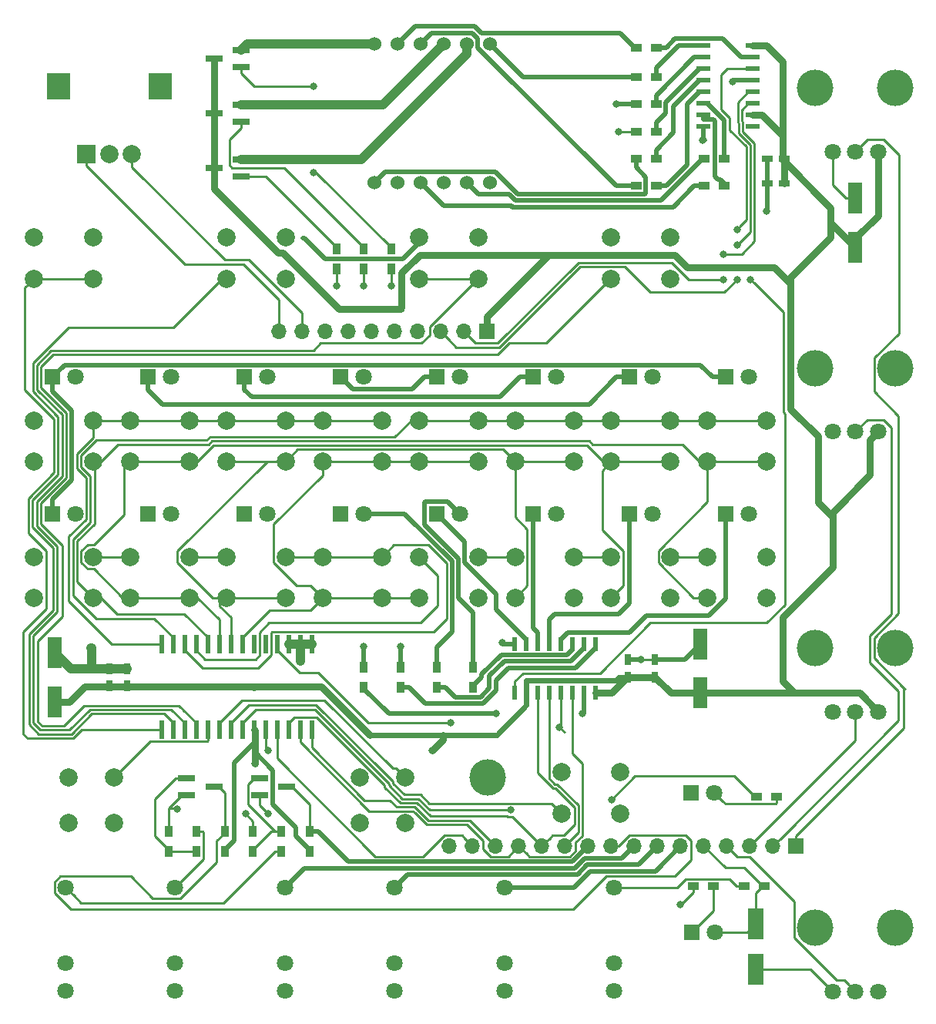
<source format=gbr>
G04 #@! TF.GenerationSoftware,KiCad,Pcbnew,(5.1.2)-1*
G04 #@! TF.CreationDate,2020-05-25T21:02:29-07:00*
G04 #@! TF.ProjectId,kicad-control-board-smt,6b696361-642d-4636-9f6e-74726f6c2d62,rev?*
G04 #@! TF.SameCoordinates,Original*
G04 #@! TF.FileFunction,Copper,L1,Top*
G04 #@! TF.FilePolarity,Positive*
%FSLAX46Y46*%
G04 Gerber Fmt 4.6, Leading zero omitted, Abs format (unit mm)*
G04 Created by KiCad (PCBNEW (5.1.2)-1) date 2020-05-25 21:02:29*
%MOMM*%
%LPD*%
G04 APERTURE LIST*
%ADD10C,1.800000*%
%ADD11R,1.800000X1.800000*%
%ADD12C,2.000000*%
%ADD13R,1.800000X3.500000*%
%ADD14C,4.000000*%
%ADD15R,1.600000X3.500000*%
%ADD16R,0.750000X1.200000*%
%ADD17R,1.200000X0.750000*%
%ADD18O,1.700000X1.700000*%
%ADD19R,1.700000X1.700000*%
%ADD20C,1.524000*%
%ADD21R,1.900000X0.800000*%
%ADD22R,0.900000X1.200000*%
%ADD23R,1.200000X0.900000*%
%ADD24R,2.000000X2.000000*%
%ADD25R,2.500000X3.000000*%
%ADD26R,0.600000X1.500000*%
%ADD27R,0.600000X2.000000*%
%ADD28R,1.500000X0.600000*%
%ADD29C,0.800000*%
%ADD30C,0.500000*%
%ADD31C,0.250000*%
%ADD32C,1.000000*%
%ADD33C,0.800000*%
%ADD34C,0.600000*%
G04 APERTURE END LIST*
D10*
X89514600Y-97684942D03*
D11*
X86974600Y-97684942D03*
D12*
X57035712Y-76250000D03*
X57035712Y-71750000D03*
X63535712Y-76250000D03*
X63535712Y-71750000D03*
X67607140Y-76250000D03*
X67607140Y-71750000D03*
X74107140Y-76250000D03*
X74107140Y-71750000D03*
X78178568Y-76250000D03*
X78178568Y-71750000D03*
X84678568Y-76250000D03*
X84678568Y-71750000D03*
X88750000Y-76250000D03*
X88750000Y-71750000D03*
X95250000Y-76250000D03*
X95250000Y-71750000D03*
X46464284Y-76250000D03*
X46464284Y-71750000D03*
X52964284Y-76250000D03*
X52964284Y-71750000D03*
X35892856Y-76250000D03*
X35892856Y-71750000D03*
X42392856Y-76250000D03*
X42392856Y-71750000D03*
X25321428Y-76250000D03*
X25321428Y-71750000D03*
X31821428Y-76250000D03*
X31821428Y-71750000D03*
X14750000Y-76250000D03*
X14750000Y-71750000D03*
X21250000Y-76250000D03*
X21250000Y-71750000D03*
X57035712Y-61250000D03*
X57035712Y-56750000D03*
X63535712Y-61250000D03*
X63535712Y-56750000D03*
X67607140Y-61250000D03*
X67607140Y-56750000D03*
X74107140Y-61250000D03*
X74107140Y-56750000D03*
X78178568Y-61250000D03*
X78178568Y-56750000D03*
X84678568Y-61250000D03*
X84678568Y-56750000D03*
X88750000Y-61250000D03*
X88750000Y-56750000D03*
X95250000Y-61250000D03*
X95250000Y-56750000D03*
X46464284Y-61250000D03*
X46464284Y-56750000D03*
X52964284Y-61250000D03*
X52964284Y-56750000D03*
X35892856Y-61250000D03*
X35892856Y-56750000D03*
X42392856Y-61250000D03*
X42392856Y-56750000D03*
X25321428Y-61250000D03*
X25321428Y-56750000D03*
X31821428Y-61250000D03*
X31821428Y-56750000D03*
X14750000Y-61250000D03*
X14750000Y-56750000D03*
X21250000Y-61250000D03*
X21250000Y-56750000D03*
X72697340Y-99934942D03*
X72697340Y-95434942D03*
X79197340Y-99934942D03*
X79197340Y-95434942D03*
X78178568Y-41169980D03*
X78178568Y-36669980D03*
X84678568Y-41169980D03*
X84678568Y-36669980D03*
X57035712Y-41169980D03*
X57035712Y-36669980D03*
X63535712Y-41169980D03*
X63535712Y-36669980D03*
X35892856Y-41169980D03*
X35892856Y-36669980D03*
X42392856Y-41169980D03*
X42392856Y-36669980D03*
X14750000Y-41169980D03*
X14750000Y-36669980D03*
X21250000Y-41169980D03*
X21250000Y-36669980D03*
D13*
X94040960Y-112100360D03*
X94040960Y-117100360D03*
D14*
X109400000Y-112500000D03*
X100600000Y-112500000D03*
D10*
X107500000Y-119500000D03*
X105000000Y-119500000D03*
X102500000Y-119500000D03*
D14*
X109400000Y-81750000D03*
X100600000Y-81750000D03*
D10*
X107500000Y-88750000D03*
X105000000Y-88750000D03*
X102500000Y-88750000D03*
D14*
X109400000Y-51000000D03*
X100600000Y-51000000D03*
D10*
X107500000Y-58000000D03*
X105000000Y-58000000D03*
X102500000Y-58000000D03*
D14*
X109400000Y-20250000D03*
X100600000Y-20250000D03*
D10*
X107500000Y-27250000D03*
X105000000Y-27250000D03*
X102500000Y-27250000D03*
D15*
X88000000Y-81300000D03*
X88000000Y-86700000D03*
D16*
X83000000Y-83050000D03*
X83000000Y-84950000D03*
X80000000Y-84950000D03*
X80000000Y-83050000D03*
D15*
X17000000Y-82300000D03*
X17000000Y-87700000D03*
D16*
X23000000Y-85950000D03*
X23000000Y-84050000D03*
X25000000Y-84050000D03*
X25000000Y-85950000D03*
D15*
X105000000Y-37700000D03*
X105000000Y-32300000D03*
D17*
X97200000Y-30750000D03*
X95300000Y-30750000D03*
X95300000Y-28000000D03*
X97200000Y-28000000D03*
D10*
X19265000Y-52000000D03*
D11*
X16725000Y-52000000D03*
X27296428Y-52000000D03*
D10*
X29836428Y-52000000D03*
X40407856Y-52000000D03*
D11*
X37867856Y-52000000D03*
X48439284Y-52000000D03*
D10*
X50979284Y-52000000D03*
X93265000Y-52000000D03*
D11*
X90725000Y-52000000D03*
X80153568Y-52000000D03*
D10*
X82693568Y-52000000D03*
D11*
X69582140Y-52000000D03*
D10*
X72122140Y-52000000D03*
D11*
X59010712Y-52000000D03*
D10*
X61550712Y-52000000D03*
D11*
X16725000Y-67000000D03*
D10*
X19265000Y-67000000D03*
X29836428Y-67000000D03*
D11*
X27296428Y-67000000D03*
X37867856Y-67000000D03*
D10*
X40407856Y-67000000D03*
X50979284Y-67000000D03*
D11*
X48439284Y-67000000D03*
D10*
X93265000Y-67000000D03*
D11*
X90725000Y-67000000D03*
X80153568Y-67000000D03*
D10*
X82693568Y-67000000D03*
X72122140Y-67000000D03*
D11*
X69582140Y-67000000D03*
X59010712Y-67000000D03*
D10*
X61550712Y-67000000D03*
X89540000Y-113000000D03*
D11*
X87000000Y-113000000D03*
D18*
X41640000Y-47000000D03*
X44180000Y-47000000D03*
X46720000Y-47000000D03*
X49260000Y-47000000D03*
X51800000Y-47000000D03*
X54340000Y-47000000D03*
X56880000Y-47000000D03*
X59420000Y-47000000D03*
X61960000Y-47000000D03*
D19*
X64500000Y-47000000D03*
D18*
X60400000Y-103500000D03*
X62940000Y-103500000D03*
X65480000Y-103500000D03*
X68020000Y-103500000D03*
X70560000Y-103500000D03*
X73100000Y-103500000D03*
X75640000Y-103500000D03*
X78180000Y-103500000D03*
X80720000Y-103500000D03*
X83260000Y-103500000D03*
X85800000Y-103500000D03*
X88340000Y-103500000D03*
X90880000Y-103500000D03*
X93420000Y-103500000D03*
X95960000Y-103500000D03*
D19*
X98500000Y-103500000D03*
D20*
X52150000Y-15380000D03*
X54690000Y-15380000D03*
X57230000Y-15380000D03*
X59770000Y-15380000D03*
X62310000Y-15380000D03*
X64850000Y-15380000D03*
X64850000Y-30620000D03*
X62310000Y-30620000D03*
X59770000Y-30620000D03*
X57230000Y-30620000D03*
X54690000Y-30620000D03*
X52150000Y-30620000D03*
D10*
X78500000Y-116380000D03*
X78500000Y-119480000D03*
X78500000Y-108080000D03*
X66440000Y-116380000D03*
X66440000Y-119480000D03*
X66440000Y-108080000D03*
X18200000Y-108080000D03*
X18200000Y-119480000D03*
X18200000Y-116380000D03*
X54380000Y-108080000D03*
X54380000Y-119480000D03*
X54380000Y-116380000D03*
X42320000Y-108080000D03*
X42320000Y-119480000D03*
X42320000Y-116380000D03*
X30260000Y-116380000D03*
X30260000Y-119480000D03*
X30260000Y-108080000D03*
D21*
X34500000Y-17000000D03*
X37500000Y-16050000D03*
X37500000Y-17950000D03*
X37500000Y-23950000D03*
X37500000Y-22050000D03*
X34500000Y-23000000D03*
X34500000Y-29000000D03*
X37500000Y-28050000D03*
X37500000Y-29950000D03*
X39500000Y-96050000D03*
X39500000Y-97950000D03*
X42500000Y-97000000D03*
X34500000Y-97000000D03*
X31500000Y-97950000D03*
X31500000Y-96050000D03*
D22*
X51000000Y-83900000D03*
X51000000Y-86100000D03*
X55000000Y-83900000D03*
X55000000Y-86100000D03*
D23*
X96327140Y-98110040D03*
X94127140Y-98110040D03*
D22*
X59000000Y-86100000D03*
X59000000Y-83900000D03*
X63000000Y-83900000D03*
X63000000Y-86100000D03*
D23*
X80900000Y-15800000D03*
X83100000Y-15800000D03*
X80900000Y-19000000D03*
X83100000Y-19000000D03*
X83100000Y-22000000D03*
X80900000Y-22000000D03*
X83100000Y-25000000D03*
X80900000Y-25000000D03*
X83100000Y-28000000D03*
X80900000Y-28000000D03*
X80900000Y-31000000D03*
X83100000Y-31000000D03*
X88400000Y-28000000D03*
X90600000Y-28000000D03*
X90600000Y-31000000D03*
X88400000Y-31000000D03*
X89362460Y-107919520D03*
X87162460Y-107919520D03*
D22*
X54000000Y-40100000D03*
X54000000Y-37900000D03*
X51000000Y-37900000D03*
X51000000Y-40100000D03*
X48000000Y-40100000D03*
X48000000Y-37900000D03*
D23*
X92768240Y-107919520D03*
X94968240Y-107919520D03*
D22*
X45000000Y-101900000D03*
X45000000Y-104100000D03*
X41900000Y-104110000D03*
X41900000Y-101910000D03*
X38800000Y-104100000D03*
X38800000Y-101900000D03*
X35700000Y-101900000D03*
X35700000Y-104100000D03*
X32600000Y-104100000D03*
X32600000Y-101900000D03*
X29500000Y-104100000D03*
X29500000Y-101900000D03*
D12*
X18500000Y-96000000D03*
X23500000Y-96000000D03*
X23500000Y-101000000D03*
X18500000Y-101000000D03*
X50500000Y-101000000D03*
X55500000Y-101000000D03*
X55500000Y-96000000D03*
X50500000Y-96000000D03*
D24*
X20500000Y-27500000D03*
D12*
X23000000Y-27500000D03*
X25500000Y-27500000D03*
D25*
X17400000Y-20000000D03*
X28600000Y-20000000D03*
D26*
X76445000Y-86700000D03*
X75175000Y-86700000D03*
X73905000Y-86700000D03*
X72635000Y-86700000D03*
X71365000Y-86700000D03*
X70095000Y-86700000D03*
X68825000Y-86700000D03*
X67555000Y-86700000D03*
X67555000Y-81300000D03*
X68825000Y-81300000D03*
X70095000Y-81300000D03*
X71365000Y-81300000D03*
X72635000Y-81300000D03*
X73905000Y-81300000D03*
X75175000Y-81300000D03*
X76445000Y-81300000D03*
D27*
X28745000Y-90700000D03*
X30015000Y-90700000D03*
X31285000Y-90700000D03*
X32555000Y-90700000D03*
X33825000Y-90700000D03*
X35095000Y-90700000D03*
X36365000Y-90700000D03*
X37635000Y-90700000D03*
X38905000Y-90700000D03*
X40175000Y-90700000D03*
X41445000Y-90700000D03*
X42715000Y-90700000D03*
X43985000Y-90700000D03*
X45255000Y-90700000D03*
X45255000Y-81300000D03*
X43985000Y-81300000D03*
X42715000Y-81300000D03*
X41445000Y-81300000D03*
X40175000Y-81300000D03*
X38905000Y-81300000D03*
X37635000Y-81300000D03*
X36365000Y-81300000D03*
X35095000Y-81300000D03*
X33825000Y-81300000D03*
X32555000Y-81300000D03*
X31285000Y-81300000D03*
X30015000Y-81300000D03*
X28745000Y-81300000D03*
D28*
X93700000Y-15555000D03*
X93700000Y-16825000D03*
X93700000Y-18095000D03*
X93700000Y-19365000D03*
X93700000Y-20635000D03*
X93700000Y-21905000D03*
X93700000Y-23175000D03*
X93700000Y-24445000D03*
X88300000Y-24445000D03*
X88300000Y-23175000D03*
X88300000Y-21905000D03*
X88300000Y-20635000D03*
X88300000Y-19365000D03*
X88300000Y-18095000D03*
X88300000Y-16825000D03*
X88300000Y-15555000D03*
D14*
X64571880Y-96000000D03*
D29*
X81450000Y-83050000D03*
X66200000Y-81200000D03*
X44000000Y-83200000D03*
X88250000Y-26000000D03*
X91500000Y-19500000D03*
X30500000Y-99500000D03*
X38000000Y-100000000D03*
X40500000Y-100000000D03*
X40500000Y-93000000D03*
X21000000Y-81750000D03*
X95250000Y-33750000D03*
X85798660Y-109915960D03*
X102500000Y-119500000D03*
X72500000Y-90500000D03*
X58500000Y-93000000D03*
X39000000Y-94500000D03*
X51000000Y-81600000D03*
X55000000Y-81600000D03*
X48000000Y-42000000D03*
X51000000Y-42000000D03*
X54000000Y-42000000D03*
X92000000Y-41250000D03*
X92000000Y-37500000D03*
X90500000Y-38500000D03*
X90500000Y-41250000D03*
X60500000Y-90000000D03*
X79000000Y-25000000D03*
X78750000Y-22000000D03*
X45500000Y-29500000D03*
X45500000Y-20000000D03*
X75000000Y-89000000D03*
X65500000Y-89000000D03*
X78187442Y-98405842D03*
X67117120Y-99550651D03*
X92000000Y-35750000D03*
X93500000Y-41250000D03*
D30*
X42715000Y-81300000D02*
X43985000Y-81300000D01*
X43985000Y-81300000D02*
X45255000Y-81300000D01*
X86250000Y-83050000D02*
X88000000Y-81300000D01*
X83000000Y-83050000D02*
X86250000Y-83050000D01*
D31*
X83000000Y-83050000D02*
X81450000Y-83050000D01*
D30*
X80000000Y-83050000D02*
X81450000Y-83050000D01*
X67555000Y-81300000D02*
X66300000Y-81300000D01*
X66300000Y-81300000D02*
X66200000Y-81200000D01*
X88300000Y-24445000D02*
X88300000Y-25800000D01*
X88300000Y-25800000D02*
X88500000Y-26000000D01*
X93700000Y-19365000D02*
X91635000Y-19365000D01*
X91635000Y-19365000D02*
X91500000Y-19500000D01*
D31*
X30950000Y-97950000D02*
X31500000Y-97950000D01*
X29500000Y-99400000D02*
X30950000Y-97950000D01*
X29500000Y-101900000D02*
X29500000Y-99400000D01*
X29500000Y-99400000D02*
X30400000Y-99400000D01*
X30400000Y-99400000D02*
X30500000Y-99500000D01*
X38800000Y-101900000D02*
X38800000Y-100800000D01*
X38800000Y-100800000D02*
X38000000Y-100000000D01*
X39500000Y-97950000D02*
X39500000Y-99000000D01*
X39500000Y-99000000D02*
X40500000Y-100000000D01*
D30*
X57561666Y-36750000D02*
X55311666Y-39000000D01*
X44438333Y-36750000D02*
X44313333Y-36750000D01*
X46688333Y-39000000D02*
X44438333Y-36750000D01*
X55311666Y-39000000D02*
X46688333Y-39000000D01*
D31*
X25000000Y-84050000D02*
X25000000Y-84275000D01*
D32*
X18750000Y-84050000D02*
X17000000Y-82300000D01*
X21050000Y-81800000D02*
X21000000Y-81750000D01*
X21050000Y-84050000D02*
X21050000Y-81800000D01*
X25000000Y-84050000D02*
X21050000Y-84050000D01*
X21050000Y-84050000D02*
X18750000Y-84050000D01*
X43985000Y-83185000D02*
X44000000Y-83200000D01*
X43985000Y-81300000D02*
X43985000Y-83185000D01*
X42715000Y-81300000D02*
X45255000Y-81300000D01*
D31*
X40175000Y-92675000D02*
X40500000Y-93000000D01*
X40175000Y-90700000D02*
X40175000Y-92675000D01*
X95300000Y-28625000D02*
X95300000Y-30750000D01*
X95300000Y-28000000D02*
X95300000Y-28625000D01*
X95300000Y-30750000D02*
X95300000Y-33700000D01*
D30*
X95300000Y-33700000D02*
X95250000Y-33750000D01*
X95300000Y-28000000D02*
X95300000Y-33700000D01*
D33*
X102300000Y-27450000D02*
X102500000Y-27250000D01*
D31*
X103950000Y-32300000D02*
X105000000Y-32300000D01*
X102500000Y-30850000D02*
X103950000Y-32300000D01*
X102500000Y-27250000D02*
X102500000Y-30850000D01*
X85866020Y-109915960D02*
X85798660Y-109915960D01*
X87162460Y-107919520D02*
X87162460Y-108619520D01*
X87162460Y-108619520D02*
X85866020Y-109915960D01*
X94040960Y-117100360D02*
X100100360Y-117100360D01*
X100100360Y-117100360D02*
X102500000Y-119500000D01*
X73020000Y-91020000D02*
X72500000Y-90500000D01*
X72635000Y-86700000D02*
X72635000Y-90365000D01*
X72635000Y-90365000D02*
X72500000Y-90500000D01*
D30*
X107700000Y-27450000D02*
X107500000Y-27250000D01*
D31*
X25150000Y-85950000D02*
X25400000Y-86200000D01*
X25000000Y-85950000D02*
X25150000Y-85950000D01*
D33*
X84750000Y-86700000D02*
X83000000Y-84950000D01*
X88000000Y-86700000D02*
X84750000Y-86700000D01*
X76445000Y-86700000D02*
X78250000Y-86700000D01*
X83000000Y-84950000D02*
X80000000Y-84950000D01*
X102300000Y-36600000D02*
X102300000Y-35000000D01*
X97899999Y-41000001D02*
X102300000Y-36600000D01*
X97899999Y-41699999D02*
X97899999Y-41000001D01*
X102300000Y-33400000D02*
X97000000Y-28100000D01*
X102300000Y-35000000D02*
X102300000Y-33400000D01*
X95250000Y-15555000D02*
X93700000Y-15555000D01*
X97000000Y-17305000D02*
X95250000Y-15555000D01*
X97000000Y-25434998D02*
X97000000Y-25600000D01*
X94740002Y-23175000D02*
X97000000Y-25434998D01*
X93700000Y-23175000D02*
X94740002Y-23175000D01*
X97000000Y-25600000D02*
X97000000Y-17305000D01*
X78250000Y-86700000D02*
X79175000Y-85775000D01*
X79175000Y-85775000D02*
X80000000Y-84950000D01*
X38800000Y-86000000D02*
X38905000Y-86105000D01*
X34500000Y-23000000D02*
X34500000Y-29000000D01*
X34500000Y-17000000D02*
X34500000Y-23000000D01*
X96099999Y-39899999D02*
X97899999Y-41699999D01*
X64500000Y-47000000D02*
X64500000Y-45350000D01*
X38800000Y-86000000D02*
X46333260Y-86000000D01*
X46333260Y-86000000D02*
X51633250Y-91299990D01*
D30*
X38905000Y-92200000D02*
X38905000Y-90700000D01*
X36700001Y-94404999D02*
X38905000Y-92200000D01*
X36700001Y-102949999D02*
X36700001Y-94404999D01*
X35700000Y-103950000D02*
X36700001Y-102949999D01*
X35700000Y-104100000D02*
X35700000Y-103950000D01*
X38905000Y-93114998D02*
X41000000Y-95209998D01*
X38905000Y-92200000D02*
X38905000Y-93114998D01*
X41000000Y-98969998D02*
X43500000Y-101469998D01*
X41000000Y-95209998D02*
X41000000Y-98969998D01*
X45000000Y-103950000D02*
X45000000Y-104100000D01*
X43500000Y-102450000D02*
X45000000Y-103950000D01*
X43500000Y-101469998D02*
X43500000Y-102450000D01*
D34*
X68825000Y-85350000D02*
X68825000Y-86700000D01*
X78625001Y-85349999D02*
X68825000Y-85350000D01*
X79025000Y-84950000D02*
X78625001Y-85349999D01*
X80000000Y-84950000D02*
X79025000Y-84950000D01*
X68825000Y-88050000D02*
X65575010Y-91299990D01*
X68825000Y-86700000D02*
X68825000Y-88050000D01*
D33*
X59700010Y-91799990D02*
X58500000Y-93000000D01*
X59700010Y-91299990D02*
X59700010Y-91799990D01*
D34*
X65575010Y-91299990D02*
X59700010Y-91299990D01*
X59700010Y-91299990D02*
X51633250Y-91299990D01*
D33*
X20300000Y-86000000D02*
X28750000Y-86000000D01*
X18600000Y-87700000D02*
X20300000Y-86000000D01*
X17000000Y-87700000D02*
X18600000Y-87700000D01*
X28125000Y-86000000D02*
X28750000Y-86000000D01*
X28750000Y-86000000D02*
X38800000Y-86000000D01*
X39000000Y-90795000D02*
X38905000Y-90700000D01*
X39000000Y-94500000D02*
X39000000Y-90795000D01*
X102300000Y-35000000D02*
X105000000Y-37700000D01*
X97000000Y-28100000D02*
X97000000Y-26000000D01*
X97000000Y-26000000D02*
X97000000Y-25600000D01*
X97200000Y-28000000D02*
X97200000Y-30750000D01*
X107500000Y-28522792D02*
X107500000Y-27250000D01*
X107500000Y-34250000D02*
X107500000Y-28522792D01*
X105000000Y-36750000D02*
X107500000Y-34250000D01*
X105000000Y-37700000D02*
X105000000Y-36750000D01*
X100899999Y-65777739D02*
X102500000Y-67377740D01*
X97899999Y-41699999D02*
X97899999Y-55493256D01*
X97899999Y-55493256D02*
X100899999Y-58493256D01*
X100899999Y-58493256D02*
X100899999Y-65777739D01*
X106600001Y-62751959D02*
X102500000Y-66851960D01*
X106600001Y-58899999D02*
X106600001Y-62751959D01*
X107500000Y-58000000D02*
X106600001Y-58899999D01*
X102500000Y-67377740D02*
X102500000Y-66851960D01*
X99580340Y-86700000D02*
X100450000Y-86700000D01*
X97000000Y-85404180D02*
X98295820Y-86700000D01*
X97000000Y-78406743D02*
X97000000Y-85404180D01*
X102500000Y-72906743D02*
X97000000Y-78406743D01*
X102500000Y-67377740D02*
X102500000Y-72906743D01*
X88000000Y-86700000D02*
X98295820Y-86700000D01*
X98295820Y-86700000D02*
X99580340Y-86700000D01*
X105450000Y-86700000D02*
X107500000Y-88750000D01*
X99580340Y-86700000D02*
X105450000Y-86700000D01*
X41576855Y-38369981D02*
X34500000Y-31293126D01*
X34500000Y-30200000D02*
X34500000Y-29000000D01*
X42108859Y-38369981D02*
X41576855Y-38369981D01*
X48238878Y-44500000D02*
X42108859Y-38369981D01*
X55000000Y-44500000D02*
X48238878Y-44500000D01*
X55150001Y-44349999D02*
X55000000Y-44500000D01*
X55150001Y-40539689D02*
X55150001Y-44349999D01*
X89606981Y-39899999D02*
X96099999Y-39899999D01*
X88806741Y-39899999D02*
X89606981Y-39899999D01*
X89606981Y-39899999D02*
X86536330Y-39899999D01*
X86536330Y-39899999D02*
X85206284Y-38569954D01*
X34500000Y-31293126D02*
X34500000Y-30200000D01*
X57119736Y-38569954D02*
X55150001Y-40539689D01*
X71280046Y-38569954D02*
X69107090Y-40742910D01*
X73860714Y-38569954D02*
X71280046Y-38569954D01*
X69107090Y-40742910D02*
X69950001Y-39899999D01*
X64500000Y-45350000D02*
X69107090Y-40742910D01*
X85206284Y-38569954D02*
X73860714Y-38569954D01*
X73860714Y-38569954D02*
X57119736Y-38569954D01*
D31*
X93141320Y-113000000D02*
X94040960Y-112100360D01*
X89540000Y-113000000D02*
X93141320Y-113000000D01*
X94818240Y-107894120D02*
X94968240Y-107894120D01*
X94818240Y-107894120D02*
X92824340Y-105900220D01*
X90740220Y-105900220D02*
X88340000Y-103500000D01*
X92824340Y-105900220D02*
X90740220Y-105900220D01*
X94040960Y-110100360D02*
X94040960Y-112100360D01*
X94040960Y-108696800D02*
X94040960Y-110100360D01*
X94818240Y-107919520D02*
X94040960Y-108696800D01*
X94968240Y-107919520D02*
X94818240Y-107919520D01*
D30*
X51000000Y-83900000D02*
X51000000Y-81600000D01*
X18075001Y-50649999D02*
X16725000Y-52000000D01*
X87974999Y-50649999D02*
X18075001Y-50649999D01*
X89325000Y-52000000D02*
X87974999Y-50649999D01*
X90725000Y-52000000D02*
X89325000Y-52000000D01*
X72635000Y-80850000D02*
X72635000Y-81300000D01*
X90725000Y-67000000D02*
X90725000Y-76346040D01*
X90725000Y-76346040D02*
X88896051Y-78174989D01*
X88896051Y-78174989D02*
X82011823Y-78174989D01*
X82011823Y-78174989D02*
X80136812Y-80050000D01*
X80136812Y-80050000D02*
X73435000Y-80050000D01*
X73435000Y-80050000D02*
X72635000Y-80850000D01*
X16725000Y-65428184D02*
X16725000Y-67000000D01*
X18864579Y-55725061D02*
X18864579Y-63288605D01*
X16725000Y-52000000D02*
X16725000Y-53585482D01*
X16725000Y-53585482D02*
X18864579Y-55725061D01*
X18864579Y-63288605D02*
X16725000Y-65428184D01*
X71365000Y-78635000D02*
X71365000Y-81300000D01*
X72000000Y-78000000D02*
X71365000Y-78635000D01*
X79000000Y-78000000D02*
X72000000Y-78000000D01*
X80153568Y-67000000D02*
X80153568Y-76846432D01*
X80153568Y-76846432D02*
X79000000Y-78000000D01*
X27296428Y-53400000D02*
X28896428Y-55000000D01*
X27296428Y-52000000D02*
X27296428Y-53400000D01*
X78753568Y-52000000D02*
X80153568Y-52000000D01*
X75753568Y-55000000D02*
X78753568Y-52000000D01*
X28896428Y-55000000D02*
X75753568Y-55000000D01*
X69582140Y-67000000D02*
X69582140Y-79582140D01*
X70095000Y-80050000D02*
X70095000Y-81300000D01*
X69627140Y-79582140D02*
X70095000Y-80050000D01*
X69582140Y-79582140D02*
X69627140Y-79582140D01*
X68182140Y-52000000D02*
X65982140Y-54200000D01*
X69582140Y-52000000D02*
X68182140Y-52000000D01*
X37867856Y-53400000D02*
X37867856Y-52000000D01*
X38667856Y-54200000D02*
X37867856Y-53400000D01*
X65982140Y-54200000D02*
X38667856Y-54200000D01*
X57610712Y-52000000D02*
X59010712Y-52000000D01*
X56260711Y-53350001D02*
X57610712Y-52000000D01*
X49789285Y-53350001D02*
X56260711Y-53350001D01*
X48439284Y-52000000D02*
X49789285Y-53350001D01*
X65490714Y-77515714D02*
X68825000Y-80850000D01*
X62085711Y-72393189D02*
X65490714Y-75798191D01*
X65490714Y-75798191D02*
X65490714Y-77515714D01*
X68825000Y-80850000D02*
X68825000Y-81300000D01*
X62085711Y-70074999D02*
X62085711Y-72393189D01*
X59010712Y-67000000D02*
X62085711Y-70074999D01*
X55000000Y-83900000D02*
X55000000Y-81600000D01*
D31*
X90414599Y-98584941D02*
X89514600Y-97684942D01*
X90714699Y-98885041D02*
X90414599Y-98584941D01*
X96252139Y-98885041D02*
X90714699Y-98885041D01*
X96327140Y-98810040D02*
X96252139Y-98885041D01*
X96327140Y-98110040D02*
X96327140Y-98810040D01*
D30*
X60685689Y-72237221D02*
X60685689Y-79960951D01*
X55448468Y-67000000D02*
X60685689Y-72237221D01*
X60685689Y-79960951D02*
X59000000Y-81646640D01*
X59000000Y-81646640D02*
X59000000Y-82800000D01*
X50979284Y-67000000D02*
X55448468Y-67000000D01*
X59000000Y-82800000D02*
X59000000Y-83900000D01*
X60200711Y-65649999D02*
X57750711Y-65649999D01*
X61550712Y-67000000D02*
X60200711Y-65649999D01*
X61385700Y-71947267D02*
X61385700Y-76245990D01*
X63000000Y-82800000D02*
X63000000Y-83900000D01*
X63000000Y-77860290D02*
X63000000Y-82800000D01*
X57660711Y-68222278D02*
X61385700Y-71947267D01*
X61385700Y-76245990D02*
X63000000Y-77860290D01*
X57660711Y-65739999D02*
X57660711Y-68222278D01*
X57750711Y-65649999D02*
X57660711Y-65739999D01*
D31*
X89362460Y-107919520D02*
X89212460Y-107919520D01*
X89362460Y-110637540D02*
X87000000Y-113000000D01*
X89362460Y-107919520D02*
X89362460Y-110637540D01*
X31324988Y-39574988D02*
X20500000Y-28750000D01*
X41640000Y-43488477D02*
X37726511Y-39574988D01*
X37726511Y-39574988D02*
X31324988Y-39574988D01*
X20500000Y-28750000D02*
X20500000Y-27500000D01*
X41640000Y-47000000D02*
X41640000Y-43488477D01*
X44180000Y-44968410D02*
X44180000Y-45797919D01*
X44180000Y-45797919D02*
X44180000Y-47000000D01*
X38336567Y-39124977D02*
X44180000Y-44968410D01*
X35710764Y-39124977D02*
X38336567Y-39124977D01*
X25500000Y-28914213D02*
X35710764Y-39124977D01*
X25500000Y-27500000D02*
X25500000Y-28914213D01*
X48000000Y-40100000D02*
X48000000Y-42000000D01*
X51000000Y-42000000D02*
X51000000Y-40100000D01*
X54000000Y-40100000D02*
X54000000Y-42000000D01*
X92174988Y-25191401D02*
X93475012Y-26491425D01*
X92074988Y-21810012D02*
X92074988Y-24001401D01*
X92074988Y-24001401D02*
X92174988Y-24101401D01*
X92174988Y-24101401D02*
X92174988Y-25191401D01*
X93700000Y-20635000D02*
X93250000Y-20635000D01*
X93250000Y-20635000D02*
X92074988Y-21810012D01*
X93475012Y-26491425D02*
X93475012Y-36024988D01*
X60269999Y-47849999D02*
X59420000Y-47000000D01*
X61145012Y-48725012D02*
X60269999Y-47849999D01*
X65876402Y-48725012D02*
X61145012Y-48725012D01*
X91407843Y-41842157D02*
X92000000Y-41250000D01*
X93475012Y-36024988D02*
X92000000Y-37500000D01*
X66167846Y-48433566D02*
X65876402Y-48725012D01*
X90574988Y-42675012D02*
X92000000Y-41250000D01*
X82455014Y-42675012D02*
X90574988Y-42675012D01*
X79624981Y-39844979D02*
X82455014Y-42675012D01*
X74756433Y-39844979D02*
X79624981Y-39844979D01*
X66167846Y-48433566D02*
X74756433Y-39844979D01*
X93250000Y-21905000D02*
X93700000Y-21905000D01*
X92524999Y-22630001D02*
X93250000Y-21905000D01*
X92524999Y-23815001D02*
X92524999Y-22630001D01*
X90500000Y-38500000D02*
X92500000Y-38500000D01*
X92500000Y-38500000D02*
X93925023Y-37074977D01*
X93925023Y-37074977D02*
X93925023Y-26305025D01*
X93925023Y-26305025D02*
X92624999Y-25005001D01*
X92624999Y-25005001D02*
X92624999Y-23915001D01*
X92624999Y-23915001D02*
X92524999Y-23815001D01*
X62809999Y-47849999D02*
X61960000Y-47000000D01*
X90500000Y-41250000D02*
X86719590Y-41250000D01*
X86719590Y-41250000D02*
X84864558Y-39394968D01*
X84864558Y-39394968D02*
X74570033Y-39394968D01*
X74570033Y-39394968D02*
X65690001Y-48275001D01*
X65690001Y-48275001D02*
X63235001Y-48275001D01*
X63235001Y-48275001D02*
X62809999Y-47849999D01*
X41445000Y-82000000D02*
X41445000Y-81300000D01*
X43945000Y-84500000D02*
X41445000Y-82000000D01*
X46000000Y-84500000D02*
X43945000Y-84500000D01*
X51500000Y-90000000D02*
X46000000Y-84500000D01*
X60500000Y-90000000D02*
X51500000Y-90000000D01*
X61764999Y-102324999D02*
X62090001Y-102650001D01*
X52213999Y-104675001D02*
X57485997Y-104675001D01*
X62090001Y-102650001D02*
X62940000Y-103500000D01*
X41445000Y-90700000D02*
X41445000Y-93906002D01*
X41445000Y-93906002D02*
X52213999Y-104675001D01*
X57485997Y-104675001D02*
X59835999Y-102324999D01*
X59835999Y-102324999D02*
X61764999Y-102324999D01*
X64630001Y-102650001D02*
X65480000Y-103500000D01*
X62680011Y-100700011D02*
X64630001Y-102650001D01*
X58200011Y-100700011D02*
X62680011Y-100700011D01*
X58063600Y-100700011D02*
X58200011Y-100700011D01*
X45255000Y-92716002D02*
X51038998Y-98500000D01*
X51038998Y-98500000D02*
X53863590Y-98500000D01*
X53863590Y-98500000D02*
X54588581Y-99224991D01*
X56588581Y-99224991D02*
X58063601Y-100700011D01*
X45255000Y-90700000D02*
X45255000Y-92716002D01*
X58063601Y-100700011D02*
X58200011Y-100700011D01*
X54588581Y-99224991D02*
X56588581Y-99224991D01*
X64115001Y-102935999D02*
X62329025Y-101150022D01*
X62329025Y-101150022D02*
X57877200Y-101150022D01*
X64915999Y-104675001D02*
X64115001Y-103874003D01*
X66844999Y-104675001D02*
X64915999Y-104675001D01*
X68020000Y-103500000D02*
X66844999Y-104675001D01*
X64115001Y-103874003D02*
X64115001Y-102935999D01*
X57877200Y-101150022D02*
X56613589Y-99886411D01*
X56613589Y-99886411D02*
X56402179Y-99674999D01*
X43985000Y-91950000D02*
X43985000Y-90700000D01*
X43985000Y-92082413D02*
X43985000Y-91950000D01*
X51577586Y-99674999D02*
X43985000Y-92082413D01*
X56402177Y-99674999D02*
X51577586Y-99674999D01*
X56613589Y-99886411D02*
X56402177Y-99674999D01*
X68869999Y-104349999D02*
X68020000Y-103500000D01*
X69195001Y-104675001D02*
X68869999Y-104349999D01*
X74275001Y-104064001D02*
X73664001Y-104675001D01*
X74275001Y-103125997D02*
X74275001Y-104064001D01*
X75020019Y-102380979D02*
X74275001Y-103125997D01*
X75020019Y-94467198D02*
X75020019Y-102380979D01*
X73905000Y-86700000D02*
X73905000Y-93352177D01*
X73664001Y-104675001D02*
X69195001Y-104675001D01*
X73905000Y-93352177D02*
X75020019Y-94467198D01*
X74120001Y-99256411D02*
X74120001Y-101160001D01*
X74120001Y-101160001D02*
X72955003Y-102324999D01*
X72955003Y-102324999D02*
X71735001Y-102324999D01*
X71409999Y-102650001D02*
X70560000Y-103500000D01*
X71735001Y-102324999D02*
X71409999Y-102650001D01*
X71798599Y-97175012D02*
X72038602Y-97175012D01*
X70095000Y-95471413D02*
X71798599Y-97175012D01*
X70095000Y-86700000D02*
X70095000Y-95471413D01*
X72038602Y-97175012D02*
X74120001Y-99256411D01*
X53274979Y-97054701D02*
X54994801Y-98774522D01*
X58287796Y-100236176D02*
X66729641Y-100236176D01*
X56826142Y-98774522D02*
X58287796Y-100236176D01*
X67335653Y-100275653D02*
X69710001Y-102650001D01*
X66729641Y-100236176D02*
X66769118Y-100275653D01*
X66769118Y-100275653D02*
X67335653Y-100275653D01*
X69710001Y-102650001D02*
X70560000Y-103500000D01*
X42715000Y-90000000D02*
X43340001Y-89374999D01*
X54994801Y-98774522D02*
X56826142Y-98774522D01*
X53274979Y-96813975D02*
X53274979Y-97054701D01*
X45836003Y-89374999D02*
X53274979Y-96813975D01*
X43340001Y-89374999D02*
X45836003Y-89374999D01*
X42715000Y-90700000D02*
X42715000Y-90000000D01*
X71365000Y-87700000D02*
X71365000Y-86700000D01*
X71365000Y-96105002D02*
X71365000Y-87700000D01*
X71984999Y-96725001D02*
X71365000Y-96105002D01*
X72225001Y-96725001D02*
X71984999Y-96725001D01*
X74570008Y-99070008D02*
X72225001Y-96725001D01*
X74570008Y-102029992D02*
X74570008Y-99070008D01*
X73100000Y-103500000D02*
X74570008Y-102029992D01*
X43050000Y-97000000D02*
X42500000Y-97000000D01*
X45000000Y-98950000D02*
X43050000Y-97000000D01*
X45000000Y-101900000D02*
X45000000Y-98950000D01*
D30*
X75640000Y-103500000D02*
X74790001Y-104349999D01*
X49300012Y-105250012D02*
X45950000Y-101900000D01*
X73902178Y-105250012D02*
X49300012Y-105250012D01*
X74790001Y-104362189D02*
X73902178Y-105250012D01*
X74790001Y-104349999D02*
X74790001Y-104362189D01*
X45950000Y-101900000D02*
X45000000Y-101900000D01*
D31*
X35050000Y-97000000D02*
X34500000Y-97000000D01*
X35700000Y-97650000D02*
X35050000Y-97000000D01*
X35700000Y-101900000D02*
X35700000Y-97650000D01*
X86975001Y-102935999D02*
X86975001Y-105024999D01*
X86364001Y-102324999D02*
X86975001Y-102935999D01*
X80155999Y-102324999D02*
X86364001Y-102324999D01*
X78180000Y-103500000D02*
X78980998Y-103500000D01*
X78980998Y-103500000D02*
X80155999Y-102324999D01*
X85145001Y-106854999D02*
X77645001Y-106854999D01*
X86975001Y-105024999D02*
X85145001Y-106854999D01*
X30848001Y-109305001D02*
X27805001Y-109305001D01*
X34824999Y-105328003D02*
X30848001Y-109305001D01*
X34824999Y-102925001D02*
X34824999Y-105328003D01*
X35700000Y-102050000D02*
X34824999Y-102925001D01*
X35700000Y-101900000D02*
X35700000Y-102050000D01*
X16974999Y-108668001D02*
X18806998Y-110500000D01*
X16974999Y-107491999D02*
X16974999Y-108668001D01*
X17611999Y-106854999D02*
X16974999Y-107491999D01*
X27805001Y-109305001D02*
X25354999Y-106854999D01*
X25354999Y-106854999D02*
X17611999Y-106854999D01*
X74000000Y-110500000D02*
X77645001Y-106854999D01*
X18806998Y-110500000D02*
X74000000Y-110500000D01*
D30*
X43219999Y-107180001D02*
X42320000Y-108080000D01*
X79340032Y-104879968D02*
X75262187Y-104879968D01*
X80720000Y-103500000D02*
X79340032Y-104879968D01*
X44449977Y-105950023D02*
X43219999Y-107180001D01*
X74192132Y-105950023D02*
X44449977Y-105950023D01*
X75262187Y-104879968D02*
X74192132Y-105950023D01*
X55809966Y-106650034D02*
X55279999Y-107180001D01*
X74482086Y-106650034D02*
X55809966Y-106650034D01*
X75552141Y-105579979D02*
X74482086Y-106650034D01*
X81180021Y-105579979D02*
X75552141Y-105579979D01*
X83260000Y-103500000D02*
X81180021Y-105579979D01*
X55279999Y-107180001D02*
X54380000Y-108080000D01*
X83020012Y-106279988D02*
X75842096Y-106279988D01*
X67712792Y-108080000D02*
X66440000Y-108080000D01*
X74042084Y-108080000D02*
X67712792Y-108080000D01*
X75842096Y-106279988D02*
X74042084Y-108080000D01*
X85800000Y-103500000D02*
X83020012Y-106279988D01*
D31*
X104100001Y-118600001D02*
X105000000Y-119500000D01*
X98274999Y-113616001D02*
X102933997Y-118274999D01*
X103774999Y-118274999D02*
X104100001Y-118600001D01*
X98274999Y-109591277D02*
X98274999Y-113616001D01*
X102933997Y-118274999D02*
X103774999Y-118274999D01*
X93358723Y-104675001D02*
X98274999Y-109591277D01*
X92055001Y-104675001D02*
X93358723Y-104675001D01*
X90880000Y-103500000D02*
X92055001Y-104675001D01*
X105000000Y-91920000D02*
X93420000Y-103500000D01*
X105000000Y-88750000D02*
X105000000Y-91920000D01*
X108136001Y-56674999D02*
X109000000Y-57538998D01*
X105000000Y-58000000D02*
X106325001Y-56674999D01*
X109000000Y-57538998D02*
X109000000Y-78072587D01*
X109750000Y-86500000D02*
X109750000Y-89710000D01*
X96809999Y-102650001D02*
X95960000Y-103500000D01*
X106325001Y-56674999D02*
X108136001Y-56674999D01*
X106624988Y-83374988D02*
X109750000Y-86500000D01*
X109750000Y-89710000D02*
X96809999Y-102650001D01*
X106624988Y-80447598D02*
X106624988Y-83374988D01*
X109000000Y-78072587D02*
X106624988Y-80447598D01*
X98500000Y-102400000D02*
X98500000Y-103500000D01*
X110354499Y-90545501D02*
X98500000Y-102400000D01*
X110354499Y-86145501D02*
X110354499Y-90545501D01*
X110354499Y-86145501D02*
X110458998Y-86250000D01*
X107074999Y-82866001D02*
X110354499Y-86145501D01*
X107074999Y-80633999D02*
X107074999Y-82866001D01*
X109750000Y-77958998D02*
X107074999Y-80633999D01*
X109750000Y-56250000D02*
X109750000Y-77958998D01*
X105000000Y-27250000D02*
X106325001Y-25924999D01*
X107074999Y-53574999D02*
X109750000Y-56250000D01*
X106325001Y-25924999D02*
X108136001Y-25924999D01*
X108136001Y-25924999D02*
X109775001Y-27563999D01*
X109775001Y-27563999D02*
X109775001Y-47183997D01*
X109775001Y-47183997D02*
X107074999Y-49883999D01*
X107074999Y-49883999D02*
X107074999Y-53574999D01*
D30*
X65431761Y-29407999D02*
X53362001Y-29407999D01*
X67923763Y-31900001D02*
X65431761Y-29407999D01*
X81849999Y-31900001D02*
X67923763Y-31900001D01*
X81950001Y-31799999D02*
X81849999Y-31900001D01*
X81950001Y-30000001D02*
X81950001Y-31799999D01*
X52911999Y-29858001D02*
X52150000Y-30620000D01*
X80900000Y-28000000D02*
X80900000Y-28950000D01*
X53362001Y-29407999D02*
X52911999Y-29858001D01*
X80900000Y-28950000D02*
X81950001Y-30000001D01*
D31*
X80900000Y-25000000D02*
X79000000Y-25000000D01*
D30*
X67343855Y-33300023D02*
X67243843Y-33200011D01*
X57991999Y-31381999D02*
X57230000Y-30620000D01*
X59810011Y-33200011D02*
X57991999Y-31381999D01*
X67243843Y-33200011D02*
X59810011Y-33200011D01*
X87300000Y-31000000D02*
X88400000Y-31000000D01*
X84999977Y-33300023D02*
X87300000Y-31000000D01*
X82300023Y-33300023D02*
X84999977Y-33300023D01*
X82300023Y-33300023D02*
X67343855Y-33300023D01*
X80900000Y-22000000D02*
X78750000Y-22000000D01*
X66933799Y-31900001D02*
X63590001Y-31900001D01*
X63590001Y-31900001D02*
X63071999Y-31381999D01*
X63071999Y-31381999D02*
X62310000Y-30620000D01*
X67633809Y-32600012D02*
X66933799Y-31900001D01*
X88250000Y-28000000D02*
X88400000Y-28000000D01*
X83649988Y-32600012D02*
X88250000Y-28000000D01*
X80399988Y-32600012D02*
X83649988Y-32600012D01*
X80399988Y-32600012D02*
X67633809Y-32600012D01*
X68470000Y-19000000D02*
X64850000Y-15380000D01*
X80900000Y-19000000D02*
X68470000Y-19000000D01*
D32*
X62310000Y-15380000D02*
X62310000Y-16457630D01*
X62310000Y-16457630D02*
X50717630Y-28050000D01*
X50717630Y-28050000D02*
X39450000Y-28050000D01*
X39450000Y-28050000D02*
X37500000Y-28050000D01*
X53100000Y-22050000D02*
X59770000Y-15380000D01*
X37500000Y-22050000D02*
X53100000Y-22050000D01*
D30*
X57230000Y-15380000D02*
X58442001Y-14167999D01*
X62891761Y-14167999D02*
X63522001Y-14798239D01*
X63522001Y-14798239D02*
X63522001Y-15772001D01*
X58442001Y-14167999D02*
X62891761Y-14167999D01*
X78750000Y-31000000D02*
X79800000Y-31000000D01*
X63522001Y-15772001D02*
X78750000Y-31000000D01*
X79800000Y-31000000D02*
X80900000Y-31000000D01*
X80900000Y-15800000D02*
X80750000Y-15800000D01*
X56602012Y-13467988D02*
X55451999Y-14618001D01*
X55451999Y-14618001D02*
X54690000Y-15380000D01*
X63181715Y-13467988D02*
X56602012Y-13467988D01*
X63881726Y-14167999D02*
X63181715Y-13467988D01*
X79117999Y-14167999D02*
X63881726Y-14167999D01*
X80750000Y-15800000D02*
X79117999Y-14167999D01*
D32*
X38170000Y-15380000D02*
X37500000Y-16050000D01*
X52150000Y-15380000D02*
X38170000Y-15380000D01*
D31*
X91168639Y-107144519D02*
X86390781Y-107144519D01*
X92768240Y-107894120D02*
X91918240Y-107894120D01*
X91918240Y-107894120D02*
X91168639Y-107144519D01*
X85455300Y-108080000D02*
X78500000Y-108080000D01*
X86390781Y-107144519D02*
X85455300Y-108080000D01*
X19875012Y-109755012D02*
X19099999Y-108979999D01*
X19099999Y-108979999D02*
X18200000Y-108080000D01*
X35554988Y-109755012D02*
X19875012Y-109755012D01*
X41200000Y-104110000D02*
X35554988Y-109755012D01*
X41900000Y-104110000D02*
X41200000Y-104110000D01*
X31159999Y-107180001D02*
X30260000Y-108080000D01*
X33375001Y-104964999D02*
X31159999Y-107180001D01*
X33375001Y-101975001D02*
X33375001Y-104964999D01*
X33300000Y-101900000D02*
X33375001Y-101975001D01*
X32600000Y-101900000D02*
X33300000Y-101900000D01*
X45750000Y-29500000D02*
X45500000Y-29500000D01*
X54000000Y-37900000D02*
X54000000Y-37750000D01*
X54000000Y-37750000D02*
X45750000Y-29500000D01*
X37500000Y-18600000D02*
X37500000Y-17950000D01*
X38900000Y-20000000D02*
X37500000Y-18600000D01*
X45500000Y-20000000D02*
X38900000Y-20000000D01*
X51000000Y-37750000D02*
X42250000Y-29000000D01*
X51000000Y-37900000D02*
X51000000Y-37750000D01*
X37500000Y-24600000D02*
X37500000Y-23950000D01*
X36224999Y-25875001D02*
X37500000Y-24600000D01*
X36224999Y-28710001D02*
X36224999Y-25875001D01*
X36514998Y-29000000D02*
X36224999Y-28710001D01*
X42250000Y-29000000D02*
X36514998Y-29000000D01*
X38700000Y-29950000D02*
X37500000Y-29950000D01*
X40200000Y-29950000D02*
X38700000Y-29950000D01*
X48000000Y-37750000D02*
X40200000Y-29950000D01*
X48000000Y-37900000D02*
X48000000Y-37750000D01*
X40840000Y-101910000D02*
X41200000Y-101910000D01*
X38800000Y-103950000D02*
X40840000Y-101910000D01*
X38800000Y-104100000D02*
X38800000Y-103950000D01*
X38950000Y-96050000D02*
X39500000Y-96050000D01*
X38224999Y-96775001D02*
X38950000Y-96050000D01*
X38224999Y-98934999D02*
X38224999Y-96775001D01*
X41200000Y-101910000D02*
X38224999Y-98934999D01*
X41900000Y-101910000D02*
X41200000Y-101910000D01*
X30300000Y-96050000D02*
X28000000Y-98350000D01*
X31500000Y-96050000D02*
X30300000Y-96050000D01*
X29500000Y-103950000D02*
X29500000Y-104100000D01*
X28000000Y-102450000D02*
X29500000Y-103950000D01*
X28000000Y-98350000D02*
X28000000Y-102450000D01*
X29500000Y-104100000D02*
X32600000Y-104100000D01*
D30*
X75175000Y-86700000D02*
X75175000Y-88825000D01*
X75175000Y-88825000D02*
X75000000Y-89000000D01*
X51000000Y-86250000D02*
X51000000Y-86100000D01*
X53750000Y-89000000D02*
X51000000Y-86250000D01*
X65500000Y-89000000D02*
X53750000Y-89000000D01*
X66860048Y-83949987D02*
X65499989Y-85310046D01*
X76445000Y-81750000D02*
X74245013Y-83949987D01*
X57700011Y-87850011D02*
X55950000Y-86100000D01*
X65499989Y-85310046D02*
X65499989Y-86449977D01*
X65499989Y-86449977D02*
X64099955Y-87850011D01*
X55950000Y-86100000D02*
X55000000Y-86100000D01*
X64099955Y-87850011D02*
X57700011Y-87850011D01*
X76445000Y-81300000D02*
X76445000Y-81750000D01*
X74245013Y-83949987D02*
X66860048Y-83949987D01*
D31*
X93977140Y-98110040D02*
X94127140Y-98110040D01*
X93977140Y-98110040D02*
X91714000Y-95846900D01*
X91714000Y-95846900D02*
X80746384Y-95846900D01*
X80746384Y-95846900D02*
X78187442Y-98405842D01*
X57012541Y-98324511D02*
X58238681Y-99550651D01*
X53724990Y-96627576D02*
X53724990Y-96868301D01*
X37635000Y-90700000D02*
X37635000Y-90000000D01*
X37635000Y-90000000D02*
X39135000Y-88500000D01*
X45597415Y-88500000D02*
X53724990Y-96627576D01*
X55181201Y-98324511D02*
X57012541Y-98324511D01*
X53724990Y-96868301D02*
X55181201Y-98324511D01*
X66551435Y-99550651D02*
X67117120Y-99550651D01*
X39135000Y-88500000D02*
X45597415Y-88500000D01*
X58238681Y-99550651D02*
X66551435Y-99550651D01*
D30*
X59950000Y-86100000D02*
X59000000Y-86100000D01*
X64799978Y-84820092D02*
X64799978Y-86160024D01*
X63810002Y-87150000D02*
X61000000Y-87150000D01*
X73724989Y-83200011D02*
X66420059Y-83200011D01*
X66420059Y-83200011D02*
X64799978Y-84820092D01*
X75175000Y-81300000D02*
X75175000Y-81750000D01*
X61000000Y-87150000D02*
X59950000Y-86100000D01*
X75175000Y-81750000D02*
X73724989Y-83200011D01*
X64799978Y-86160024D02*
X63810002Y-87150000D01*
X63950000Y-84680105D02*
X66130105Y-82500000D01*
X63000000Y-86100000D02*
X63000000Y-85950000D01*
X66130105Y-82500000D02*
X73295002Y-82500000D01*
X73295002Y-82500000D02*
X73905000Y-81890002D01*
X63000000Y-85950000D02*
X63950000Y-85000000D01*
X63950000Y-85000000D02*
X63950000Y-84680105D01*
X73905000Y-81890002D02*
X73905000Y-81300000D01*
X92450000Y-16825000D02*
X93700000Y-16825000D01*
X90429999Y-14804999D02*
X92450000Y-16825000D01*
X85195001Y-14804999D02*
X90429999Y-14804999D01*
X84200000Y-15800000D02*
X85195001Y-14804999D01*
X83100000Y-15800000D02*
X84200000Y-15800000D01*
X83100000Y-18050000D02*
X83100000Y-19000000D01*
X85595000Y-15555000D02*
X83100000Y-18050000D01*
X88300000Y-15555000D02*
X85595000Y-15555000D01*
X87325000Y-16825000D02*
X88300000Y-16825000D01*
X83100000Y-21050000D02*
X87325000Y-16825000D01*
X83100000Y-22000000D02*
X83100000Y-21050000D01*
X83100000Y-24050000D02*
X83100000Y-25000000D01*
X84150001Y-22999999D02*
X83100000Y-24050000D01*
X84150001Y-21794999D02*
X84150001Y-22999999D01*
X87850000Y-18095000D02*
X84150001Y-21794999D01*
X88300000Y-18095000D02*
X87850000Y-18095000D01*
X83100000Y-27050000D02*
X83100000Y-28000000D01*
X85000000Y-25150000D02*
X83100000Y-27050000D01*
X85000000Y-22215000D02*
X85000000Y-25150000D01*
X87850000Y-19365000D02*
X85000000Y-22215000D01*
X88300000Y-19365000D02*
X87850000Y-19365000D01*
X84200000Y-31000000D02*
X83100000Y-31000000D01*
X86500000Y-28700000D02*
X84200000Y-31000000D01*
X86500000Y-21985000D02*
X86500000Y-28700000D01*
X87850000Y-20635000D02*
X86500000Y-21985000D01*
X88300000Y-20635000D02*
X87850000Y-20635000D01*
X90600000Y-27050000D02*
X90600000Y-28000000D01*
X90600000Y-23755000D02*
X90600000Y-27050000D01*
X88750000Y-21905000D02*
X90600000Y-23755000D01*
X88300000Y-21905000D02*
X88750000Y-21905000D01*
X90189953Y-30299990D02*
X90600010Y-30710047D01*
X88300000Y-23694999D02*
X89410001Y-23694999D01*
X89410001Y-23694999D02*
X89549999Y-23834997D01*
X89549999Y-29949999D02*
X89899990Y-30299990D01*
X89899990Y-30299990D02*
X90189953Y-30299990D01*
X89549999Y-23834997D02*
X89549999Y-29949999D01*
X90600010Y-30710047D02*
X90600010Y-31000000D01*
X88300000Y-23175000D02*
X88300000Y-23694999D01*
D31*
X16164213Y-41169980D02*
X21250000Y-41169980D01*
X14750000Y-41169980D02*
X16164213Y-41169980D01*
X14750000Y-41169980D02*
X13750001Y-42169979D01*
X14112241Y-65318523D02*
X14112241Y-69151239D01*
X13750001Y-42169979D02*
X13750001Y-53399401D01*
X16939536Y-62491228D02*
X14112241Y-65318523D01*
X16075001Y-71113999D02*
X16075001Y-77470659D01*
X13750001Y-53399401D02*
X16939536Y-56588936D01*
X19030080Y-91664813D02*
X19994893Y-90700000D01*
X16075001Y-77470659D02*
X13574375Y-79971285D01*
X13574375Y-79971285D02*
X13574375Y-91210785D01*
X14028403Y-91664813D02*
X19030080Y-91664813D01*
X19994893Y-90700000D02*
X28195000Y-90700000D01*
X28195000Y-90700000D02*
X28745000Y-90700000D01*
X13574375Y-91210785D02*
X14028403Y-91664813D01*
X16939536Y-56588936D02*
X16939536Y-62491228D01*
X14112241Y-69151239D02*
X16075001Y-71113999D01*
X14599977Y-50467199D02*
X18517185Y-46549991D01*
X15255820Y-91214802D02*
X14210870Y-90169851D01*
X16817769Y-70750719D02*
X14562252Y-68495202D01*
X16817769Y-77602780D02*
X16817769Y-70750719D01*
X14210869Y-80209680D02*
X16817769Y-77602780D01*
X18843680Y-91214802D02*
X15255820Y-91214802D01*
X35328333Y-41250000D02*
X36353333Y-41250000D01*
X30015000Y-90000000D02*
X29015000Y-89000000D01*
X21058482Y-89000000D02*
X18843680Y-91214802D01*
X30015000Y-90700000D02*
X30015000Y-90000000D01*
X29015000Y-89000000D02*
X21058482Y-89000000D01*
X14562252Y-68495202D02*
X14562252Y-65504923D01*
X17389547Y-62677628D02*
X17389547Y-56336037D01*
X17389547Y-56336037D02*
X14599977Y-53546467D01*
X30028342Y-46549991D02*
X35328333Y-41250000D01*
X14599977Y-53546467D02*
X14599977Y-50467199D01*
X14210870Y-90169851D02*
X14210869Y-80209680D01*
X18517185Y-46549991D02*
X30028342Y-46549991D01*
X14562252Y-65504923D02*
X17389547Y-62677628D01*
X18657280Y-90764791D02*
X20872082Y-88549989D01*
X31285000Y-90000000D02*
X31285000Y-90700000D01*
X29834989Y-88549989D02*
X31285000Y-90000000D01*
X20872082Y-88549989D02*
X29834989Y-88549989D01*
X14660880Y-89983450D02*
X15442220Y-90764791D01*
X14660880Y-80396080D02*
X14660880Y-89983450D01*
X15442220Y-90764791D02*
X18657280Y-90764791D01*
X15461183Y-68757597D02*
X15570012Y-68866425D01*
X15049988Y-68346401D02*
X15461183Y-68757597D01*
X15570012Y-79486948D02*
X15293340Y-79763620D01*
X15293340Y-79763620D02*
X14660880Y-80396080D01*
X63535712Y-41169980D02*
X57035712Y-41169980D01*
X15293340Y-79763620D02*
X17267780Y-77789180D01*
X17267780Y-70564193D02*
X15049988Y-68346401D01*
X17267780Y-77789180D02*
X17267780Y-70564193D01*
X15049988Y-65653599D02*
X15049988Y-68346401D01*
X15049988Y-50653599D02*
X15049988Y-53360067D01*
X17839558Y-62864029D02*
X15049988Y-65653599D01*
X58244999Y-47374003D02*
X57344055Y-48274947D01*
X58244999Y-46435999D02*
X58244999Y-47374003D01*
X57344055Y-48274947D02*
X46258241Y-48274947D01*
X63430998Y-41250000D02*
X58244999Y-46435999D01*
X46258241Y-48274947D02*
X45458178Y-49075010D01*
X17839558Y-56149637D02*
X17839558Y-62864029D01*
X16628577Y-49075010D02*
X15049988Y-50653599D01*
X45458178Y-49075010D02*
X16628577Y-49075010D01*
X15049988Y-53360067D02*
X17839558Y-56149637D01*
X31104989Y-88549989D02*
X32555000Y-90000000D01*
X32555000Y-90000000D02*
X32555000Y-90700000D01*
X30654978Y-88099978D02*
X32555000Y-90000000D01*
X20263608Y-88099978D02*
X30654978Y-88099978D01*
X15628620Y-90314780D02*
X18048806Y-90314780D01*
X18048806Y-90314780D02*
X20263608Y-88099978D01*
X15163800Y-89849960D02*
X15628620Y-90314780D01*
X15163800Y-81001198D02*
X15163800Y-81224120D01*
X17881600Y-78283398D02*
X15163800Y-81001198D01*
X17881600Y-76885800D02*
X17881600Y-77226160D01*
X17881600Y-76885800D02*
X17881600Y-78283398D01*
X15163800Y-81224120D02*
X15163800Y-89849960D01*
X17881600Y-70541602D02*
X17881600Y-76885800D01*
X15499999Y-68160001D02*
X17881600Y-70541602D01*
X78895000Y-41250000D02*
X77995000Y-41250000D01*
X66990324Y-48247500D02*
X65712803Y-49525021D01*
X70997500Y-48247500D02*
X66990324Y-48247500D01*
X18289569Y-55963237D02*
X18289569Y-63050429D01*
X15499999Y-53173667D02*
X18289569Y-55963237D01*
X65712803Y-49525021D02*
X16814977Y-49525021D01*
X77995000Y-41250000D02*
X70997500Y-48247500D01*
X18289569Y-63050429D02*
X15499999Y-65839999D01*
X16814977Y-49525021D02*
X15499999Y-50839999D01*
X15499999Y-50839999D02*
X15499999Y-53173667D01*
X15499999Y-65839999D02*
X15499999Y-68160001D01*
X27474999Y-92025001D02*
X23500000Y-96000000D01*
X33749999Y-92025001D02*
X27474999Y-92025001D01*
X33825000Y-90700000D02*
X33825000Y-91950000D01*
X33825000Y-91950000D02*
X33749999Y-92025001D01*
X35095000Y-90700000D02*
X35095000Y-90000000D01*
X54166521Y-95000001D02*
X54500001Y-95000001D01*
X46666520Y-87500000D02*
X54166521Y-95000001D01*
X54500001Y-95000001D02*
X55500000Y-96000000D01*
X37595000Y-87500000D02*
X46666520Y-87500000D01*
X35095000Y-90000000D02*
X37595000Y-87500000D01*
X58155071Y-98830631D02*
X57198941Y-97874501D01*
X71588039Y-98825641D02*
X64041871Y-98825641D01*
X64036881Y-98830631D02*
X58155071Y-98830631D01*
X72697340Y-99934942D02*
X71588039Y-98825641D01*
X57198941Y-97874501D02*
X55367600Y-97874501D01*
X64041871Y-98825641D02*
X64036881Y-98830631D01*
X52911798Y-95138974D02*
X52872800Y-95138974D01*
X36365000Y-90000000D02*
X36365000Y-90700000D01*
X52872800Y-95138974D02*
X45733826Y-88000000D01*
X54174999Y-96636001D02*
X54174999Y-96402176D01*
X55413498Y-97874500D02*
X54174999Y-96636001D01*
X54174999Y-96402176D02*
X52911798Y-95138974D01*
X45733826Y-88000000D02*
X38365000Y-88000000D01*
X38365000Y-88000000D02*
X36365000Y-90000000D01*
X22105000Y-76250000D02*
X23855000Y-78000000D01*
X33825000Y-80600000D02*
X33825000Y-81300000D01*
X31225000Y-78000000D02*
X33825000Y-80600000D01*
X23855000Y-78000000D02*
X31225000Y-78000000D01*
X22105000Y-76250000D02*
X21980000Y-76250000D01*
X88020000Y-61250000D02*
X95980000Y-61250000D01*
X19474988Y-70036022D02*
X21390022Y-68120988D01*
X21390022Y-61310013D02*
X21330009Y-61250000D01*
X19474988Y-72572401D02*
X19474988Y-70036022D01*
X21390022Y-68120988D02*
X21390022Y-61310013D01*
X33915035Y-59374982D02*
X23980018Y-59374982D01*
X23980018Y-59374982D02*
X22105000Y-61250000D01*
X87895000Y-61250000D02*
X86019982Y-59374982D01*
X86019982Y-59374982D02*
X76084961Y-59374982D01*
X22105000Y-61250000D02*
X21980000Y-61250000D01*
X34265040Y-59024977D02*
X33915035Y-59374982D01*
X88020000Y-61250000D02*
X87895000Y-61250000D01*
X75734956Y-59024977D02*
X34265040Y-59024977D01*
X76084961Y-59374982D02*
X75734956Y-59024977D01*
X88750000Y-62664213D02*
X88750000Y-61250000D01*
X83353567Y-71113999D02*
X88750000Y-65717566D01*
X87217566Y-76250000D02*
X83353567Y-72386001D01*
X88750000Y-65717566D02*
X88750000Y-62664213D01*
X83353567Y-72386001D02*
X83353567Y-71113999D01*
X88750000Y-76250000D02*
X87217566Y-76250000D01*
X19474988Y-74474988D02*
X21250000Y-76250000D01*
X19474988Y-72572401D02*
X19474988Y-74474988D01*
X21980000Y-56750000D02*
X46759284Y-56750000D01*
X46759284Y-56750000D02*
X53694284Y-56750000D01*
X18574966Y-76586026D02*
X18574966Y-69503036D01*
X28745000Y-81300000D02*
X23288940Y-81300000D01*
X23288940Y-81300000D02*
X18574966Y-76586026D01*
X18574966Y-69503036D02*
X20490000Y-67588002D01*
X20490000Y-67588002D02*
X20490000Y-63087413D01*
X20490000Y-63087413D02*
X19474988Y-62072401D01*
X21250000Y-58164213D02*
X21250000Y-56750000D01*
X19474988Y-60427599D02*
X21250000Y-58652587D01*
X19474988Y-62072401D02*
X19474988Y-60427599D01*
X21250000Y-58652587D02*
X21250000Y-58164213D01*
X85408568Y-61250000D02*
X77448568Y-61250000D01*
X77448568Y-61250000D02*
X77323568Y-61250000D01*
X77323568Y-61250000D02*
X75548556Y-59474988D01*
X75548556Y-59474988D02*
X34451440Y-59474988D01*
X34451440Y-59474988D02*
X32676428Y-61250000D01*
X32676428Y-61250000D02*
X24591428Y-61250000D01*
X24591428Y-61250000D02*
X24591428Y-67128569D01*
X24591428Y-67128569D02*
X21294998Y-70424999D01*
X19924999Y-72386001D02*
X20613999Y-73075001D01*
X35095000Y-78668572D02*
X35095000Y-80849990D01*
X19924999Y-71113999D02*
X19924999Y-72386001D01*
X20613999Y-73075001D02*
X21291429Y-73075001D01*
X32676428Y-76250000D02*
X35095000Y-78668572D01*
X24466428Y-76250000D02*
X32676428Y-76250000D01*
X21291429Y-73075001D02*
X24466428Y-76250000D01*
X20613999Y-70424999D02*
X19924999Y-71113999D01*
X21294998Y-70424999D02*
X20613999Y-70424999D01*
X79178567Y-75250001D02*
X78178568Y-76250000D01*
X79503569Y-74924999D02*
X79178567Y-75250001D01*
X79503569Y-71113999D02*
X79503569Y-74924999D01*
X77178569Y-68788999D02*
X79503569Y-71113999D01*
X77178569Y-62249999D02*
X77178569Y-68788999D01*
X78178568Y-61250000D02*
X77178569Y-62249999D01*
X74837140Y-61250000D02*
X66877140Y-61250000D01*
X35162856Y-76250000D02*
X35162856Y-77150000D01*
X35162856Y-77150000D02*
X36365000Y-78352144D01*
X36365000Y-78352144D02*
X36365000Y-80050000D01*
X36365000Y-80050000D02*
X36365000Y-81300000D01*
X40978643Y-61250000D02*
X35892856Y-61250000D01*
X42392856Y-61250000D02*
X40978643Y-61250000D01*
X34478643Y-76250000D02*
X35892856Y-76250000D01*
X34360426Y-76250000D02*
X34478643Y-76250000D01*
X30496427Y-72386001D02*
X34360426Y-76250000D01*
X30496427Y-71113999D02*
X30496427Y-72386001D01*
X40360426Y-61250000D02*
X30496427Y-71113999D01*
X42392856Y-61250000D02*
X40360426Y-61250000D01*
X66607141Y-60250001D02*
X67607140Y-61250000D01*
X66282139Y-59924999D02*
X66607141Y-60250001D01*
X43717857Y-59924999D02*
X66282139Y-59924999D01*
X42392856Y-61250000D02*
X43717857Y-59924999D01*
X67607140Y-62664213D02*
X67607140Y-61250000D01*
X67607140Y-67410002D02*
X67607140Y-62664213D01*
X68932141Y-68735003D02*
X67607140Y-67410002D01*
X68932141Y-74924999D02*
X68932141Y-68735003D01*
X67607140Y-76250000D02*
X68932141Y-74924999D01*
X40978643Y-76250000D02*
X35892856Y-76250000D01*
X42392856Y-76250000D02*
X40978643Y-76250000D01*
X63240712Y-61250000D02*
X56305712Y-61250000D01*
X64265712Y-61250000D02*
X63240712Y-61250000D01*
X53694284Y-76250000D02*
X56305713Y-76250000D01*
X56305712Y-61250000D02*
X45734284Y-61250000D01*
X46464284Y-62664213D02*
X46464284Y-61250000D01*
X46464284Y-62756574D02*
X46464284Y-62664213D01*
X41067855Y-68153003D02*
X46464284Y-62756574D01*
X41067855Y-72386001D02*
X41067855Y-68153003D01*
X43606853Y-74924999D02*
X41067855Y-72386001D01*
X45139283Y-74924999D02*
X43606853Y-74924999D01*
X46464284Y-76250000D02*
X45139283Y-74924999D01*
X51550071Y-76250000D02*
X46464284Y-76250000D01*
X52964284Y-76250000D02*
X51550071Y-76250000D01*
X45464285Y-77249999D02*
X46464284Y-76250000D01*
X45139283Y-77575001D02*
X45464285Y-77249999D01*
X40659999Y-77575001D02*
X45139283Y-77575001D01*
X37635000Y-80600000D02*
X40659999Y-77575001D01*
X37635000Y-81300000D02*
X37635000Y-80600000D01*
X19024977Y-69849623D02*
X20940011Y-67934589D01*
X30015000Y-80600000D02*
X27949260Y-78534260D01*
X19024977Y-75985979D02*
X19024977Y-69849623D01*
X19924999Y-61886001D02*
X19924999Y-60613999D01*
X19924999Y-60613999D02*
X21614027Y-58924971D01*
X20940011Y-62901013D02*
X19924999Y-61886001D01*
X21614027Y-58924971D02*
X33728635Y-58924971D01*
X30015000Y-81300000D02*
X30015000Y-80600000D01*
X20940011Y-67934589D02*
X20940011Y-62901013D01*
X27949260Y-78534260D02*
X21573258Y-78534260D01*
X33728635Y-58924971D02*
X34078640Y-58574966D01*
X88020000Y-56750000D02*
X95980000Y-56750000D01*
X56180712Y-56750000D02*
X88020000Y-56750000D01*
X54355746Y-58574966D02*
X56180712Y-56750000D01*
X34078640Y-58574966D02*
X54355746Y-58574966D01*
X21573258Y-78534260D02*
X19024977Y-75985979D01*
X21980000Y-71750000D02*
X24591428Y-71750000D01*
X31285000Y-82000000D02*
X33285000Y-84000000D01*
X33285000Y-84000000D02*
X39360002Y-84000000D01*
X39360002Y-84000000D02*
X40819999Y-82540003D01*
X40819999Y-80039999D02*
X40884999Y-79974999D01*
X31285000Y-81300000D02*
X31285000Y-82000000D01*
X40819999Y-82540003D02*
X40819999Y-80039999D01*
X45734284Y-71750000D02*
X43122856Y-71750000D01*
X35162856Y-71750000D02*
X32551428Y-71750000D01*
X23907215Y-71750000D02*
X21250000Y-71750000D01*
X25321428Y-71750000D02*
X23907215Y-71750000D01*
X35892856Y-71750000D02*
X31821428Y-71750000D01*
X46464284Y-71750000D02*
X42392856Y-71750000D01*
X52964284Y-71750000D02*
X54289285Y-70424999D01*
X54289285Y-70424999D02*
X58060279Y-70424999D01*
X60110678Y-72475398D02*
X60110678Y-78527602D01*
X58060279Y-70424999D02*
X60110678Y-72475398D01*
X58663281Y-79974999D02*
X54618179Y-79974999D01*
X60110678Y-78527602D02*
X58663281Y-79974999D01*
X40884999Y-79974999D02*
X54618179Y-79974999D01*
X52964284Y-71750000D02*
X46464284Y-71750000D01*
X65290713Y-71750000D02*
X66877142Y-71750000D01*
X64265713Y-71750000D02*
X65290713Y-71750000D01*
X75862142Y-71750000D02*
X77448571Y-71750000D01*
X74837142Y-71750000D02*
X75862142Y-71750000D01*
X78178568Y-71750000D02*
X74107140Y-71750000D01*
X87335787Y-71750000D02*
X87325707Y-71760080D01*
X88750000Y-71750000D02*
X87335787Y-71750000D01*
X87315627Y-71750000D02*
X84678568Y-71750000D01*
X87325707Y-71760080D02*
X87315627Y-71750000D01*
X33555000Y-83000000D02*
X39090002Y-83000000D01*
X32555000Y-81300000D02*
X32555000Y-82000000D01*
X39549999Y-80039999D02*
X40589998Y-79000000D01*
X39090002Y-83000000D02*
X39549999Y-82540003D01*
X39549999Y-82540003D02*
X39549999Y-80039999D01*
X32555000Y-82000000D02*
X33555000Y-83000000D01*
X57215120Y-79000000D02*
X55073200Y-79000000D01*
X40589998Y-79000000D02*
X55073200Y-79000000D01*
X57035712Y-71750000D02*
X58035711Y-72749999D01*
X59075320Y-77139800D02*
X57215120Y-79000000D01*
X58035711Y-72749999D02*
X58043399Y-72749999D01*
X58043399Y-72749999D02*
X59075320Y-73781920D01*
X59075320Y-73781920D02*
X59075320Y-77139800D01*
X67555000Y-86700000D02*
X67555000Y-86250000D01*
X69524998Y-84524998D02*
X68475002Y-84524998D01*
X69280002Y-84524998D02*
X69524998Y-84524998D01*
X67555000Y-85445000D02*
X67555000Y-86700000D01*
X68475002Y-84524998D02*
X67555000Y-85445000D01*
X93025001Y-34724999D02*
X92399999Y-35350001D01*
X90250000Y-22591812D02*
X91175011Y-23516823D01*
X93700000Y-18095000D02*
X90905000Y-18095000D01*
X93025001Y-26677825D02*
X93025001Y-34724999D01*
X92399999Y-35350001D02*
X92000000Y-35750000D01*
X91175011Y-24827835D02*
X93025001Y-26677825D01*
X91175011Y-23516823D02*
X91175011Y-24827835D01*
X90250000Y-18750000D02*
X90250000Y-22591812D01*
X90905000Y-18095000D02*
X90250000Y-18750000D01*
X97240002Y-56000000D02*
X97074988Y-55834986D01*
X69524998Y-84524998D02*
X76965000Y-84524998D01*
X82489998Y-79000000D02*
X95240002Y-79000000D01*
X97074988Y-55834986D02*
X97074988Y-44824988D01*
X97074988Y-44824988D02*
X93899999Y-41649999D01*
X97240002Y-77000000D02*
X97240002Y-56000000D01*
X93899999Y-41649999D02*
X93500000Y-41250000D01*
X95240002Y-79000000D02*
X97240002Y-77000000D01*
X76965000Y-84524998D02*
X82489998Y-79000000D01*
M02*

</source>
